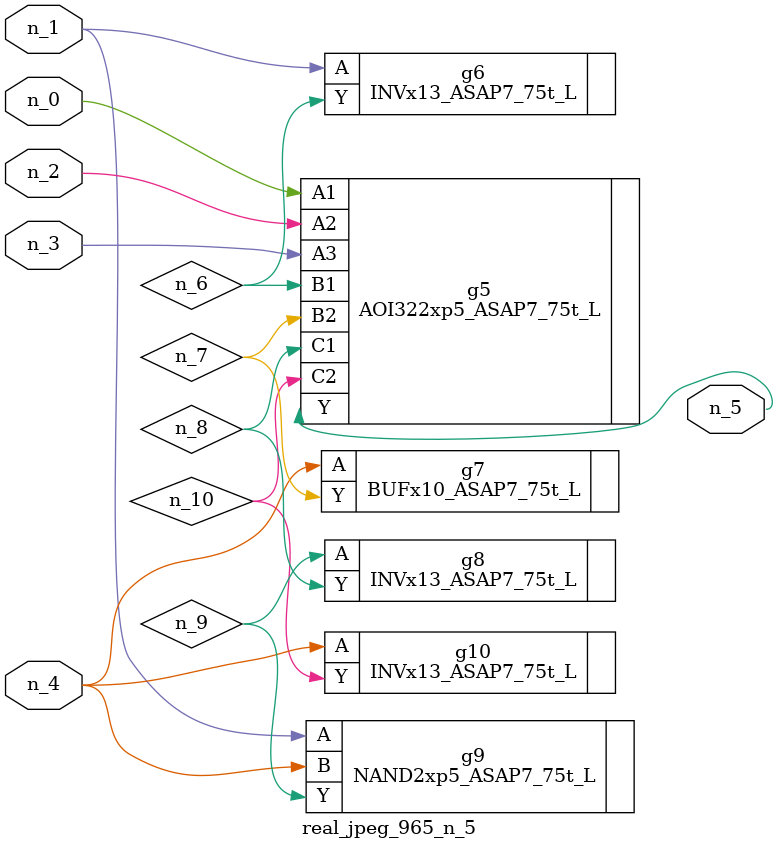
<source format=v>
module real_jpeg_965_n_5 (n_4, n_0, n_1, n_2, n_3, n_5);

input n_4;
input n_0;
input n_1;
input n_2;
input n_3;

output n_5;

wire n_8;
wire n_6;
wire n_7;
wire n_10;
wire n_9;

AOI322xp5_ASAP7_75t_L g5 ( 
.A1(n_0),
.A2(n_2),
.A3(n_3),
.B1(n_6),
.B2(n_7),
.C1(n_8),
.C2(n_10),
.Y(n_5)
);

INVx13_ASAP7_75t_L g6 ( 
.A(n_1),
.Y(n_6)
);

NAND2xp5_ASAP7_75t_L g9 ( 
.A(n_1),
.B(n_4),
.Y(n_9)
);

BUFx10_ASAP7_75t_L g7 ( 
.A(n_4),
.Y(n_7)
);

INVx13_ASAP7_75t_L g10 ( 
.A(n_4),
.Y(n_10)
);

INVx13_ASAP7_75t_L g8 ( 
.A(n_9),
.Y(n_8)
);


endmodule
</source>
